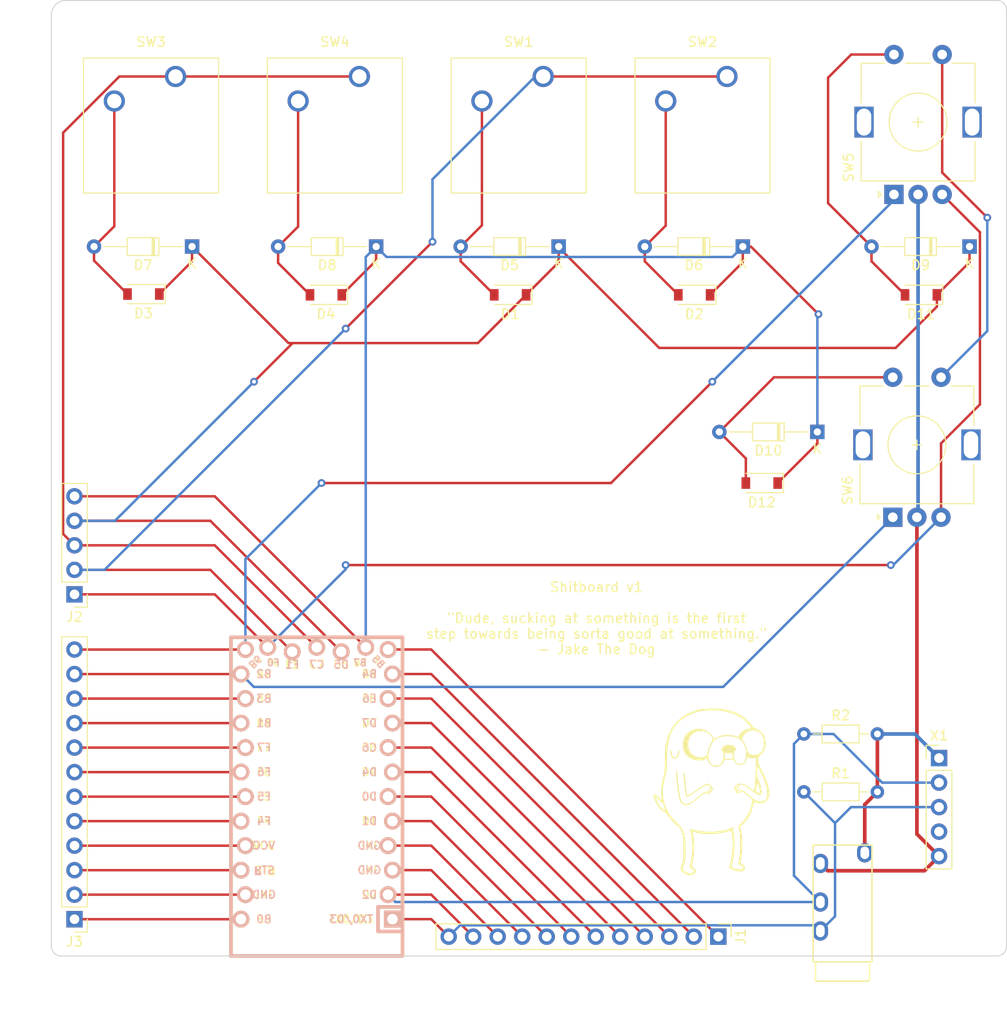
<source format=kicad_pcb>
(kicad_pcb (version 20211014) (generator pcbnew)
  (layers (0 "F.Cu" signal) (31 "B.Cu" signal) (34 "B.Paste" user) (35 "F.Paste" user) (36 "B.SilkS" user "B.Silkscreen") (37 "F.SilkS" user "F.Silkscreen") (38 "B.Mask" user) (39 "F.Mask" user) (44 "Edge.Cuts" user))
  (net 0 "")
  (net 1 "ROW0")
  (net 2 "Net-(D1-Pad2)")
  (net 3 "ROW1")
  (net 4 "Net-(D2-Pad2)")
  (net 5 "Net-(D3-Pad2)")
  (net 6 "Net-(D4-Pad2)")
  (net 7 "COL0")
  (net 8 "COL1")
  (net 10 "Net-(U1-Pad12)")
  (net 11 "Net-(U1-Pad11)")
  (net 12 "Net-(U1-Pad10)")
  (net 13 "Net-(U1-Pad9)")
  (net 14 "Net-(U1-Pad8)")
  (net 15 "Net-(U1-Pad7)")
  (net 16 "Net-(U1-Pad6)")
  (net 17 "Net-(U1-Pad5)")
  (net 18 "Net-(U1-Pad4)")
  (net 19 "Net-(U1-Pad3)")
  (net 20 "Net-(J3-Pad1)")
  (net 21 "Net-(J3-Pad2)")
  (net 22 "Net-(J3-Pad3)")
  (net 23 "Net-(J3-Pad4)")
  (net 24 "Net-(J3-Pad5)")
  (net 25 "Net-(J3-Pad6)")
  (net 26 "Net-(J3-Pad7)")
  (net 27 "Net-(J3-Pad8)")
  (net 28 "Net-(J3-Pad9)")
  (net 29 "Net-(J3-Pad10)")
  (net 30 "Net-(SW5-PadS2)")
  (net 31 "Net-(D10-Pad2)")
  (net 32 "ROT1")
  (net 33 "ROT3")
  (net 34 "ROT2")
  (net 35 "GND")
  (net 36 "COL3")
  (net 37 "I2C2")
  (net 38 "I2C1")
  (net 39 "+5V")
  (footprint "Connector_PinHeader_2.54mm:PinHeader_1x05_P2.54mm_Vertical" (layer "F.Cu") (at 157 129.5)
    (fp_text reference "X1" (at 0 -2.33) (layer "F.SilkS"))
    (fp_text value "USB-Mini")
    (pad "1" thru_hole rect (at 0 0) (size 1.7 1.7) (drill 1) (layers *.Cu *.Mask) (net 39 "+5V"))
    (pad "2" thru_hole oval (at 0 2.54) (size 1.7 1.7) (drill 1) (layers *.Cu *.Mask) (net 37 "I2C2"))
    (pad "3" thru_hole oval (at 0 5.08) (size 1.7 1.7) (drill 1) (layers *.Cu *.Mask) (net 38 "I2C1"))
    (pad "4" thru_hole oval (at 0 7.62) (size 1.7 1.7) (drill 1) (layers *.Cu *.Mask))
    (pad "5" thru_hole oval (at 0 10.16) (size 1.7 1.7) (drill 1) (layers *.Cu *.Mask) (net 35 "GND"))
  )
  (footprint "Rotary_Encoder:RotaryEncoder_Alps_EC11E-Switch_Vertical_H20mm" (layer "F.Cu") (at 152.32575 71.1 90)
    (fp_text reference "SW5" (at 2.8 -4.7 90) (layer "F.SilkS"))
    (fp_text value "RotaryEncoder_Switch")
    (pad "A" thru_hole rect (at 0 0 90) (size 2 2) (drill 1) (layers *.Cu *.Mask) (net 34 "ROT2"))
    (pad "B" thru_hole circle (at 0 5 90) (size 2 2) (drill 1) (layers *.Cu *.Mask) (net 32 "ROT1"))
    (pad "C" thru_hole circle (at 0 2.5 90) (size 2 2) (drill 1) (layers *.Cu *.Mask) (net 35 "GND"))
    (pad "MP" thru_hole rect (at 7.5 8.1 90) (size 3.2 2) (drill oval 2.8 1.5) (layers *.Cu *.Mask))
    (pad "MP" thru_hole rect (at 7.5 -3.1 90) (size 3.2 2) (drill oval 2.8 1.5) (layers *.Cu *.Mask))
    (pad "S1" thru_hole circle (at 14.5 5 90) (size 2 2) (drill 1) (layers *.Cu *.Mask) (net 36 "COL3"))
    (pad "S2" thru_hole circle (at 14.5 0 90) (size 2 2) (drill 1) (layers *.Cu *.Mask) (net 30 "Net-(SW5-PadS2)"))
  )
  (footprint "Keebio-Parts:Elite-C-ZigZag" (layer "F.Cu") (at 92.5 132.21875 90)
    (fp_text reference "U1" hide)
    (fp_text value "Elite-C" hide)
    (fp_text user "ST" (at -8.91 -5.04) (layer "B.SilkS") (effects (font (size 0.8 0.8)) (justify mirror)))
    (fp_text user "D0" (at -1.27 5.461) (layer "B.SilkS") (effects (font (size 0.8 0.8)) (justify mirror)))
    (fp_text user "GND" (at -8.89 5.461) (layer "B.SilkS") (effects (font (size 0.8 0.8)) (justify mirror)))
    (fp_text user "D1" (at -3.81 5.461) (layer "B.SilkS") (effects (font (size 0.8 0.8)) (justify mirror)))
    (fp_text user "B4" (at 11.43 5.461) (layer "B.SilkS") (effects (font (size 0.8 0.8)) (justify mirror)))
    (fp_text user "B3" (at 8.89 -5.461) (layer "B.SilkS") (effects (font (size 0.8 0.8)) (justify mirror)))
    (fp_text user "GND" (at -6.35 5.461) (layer "B.SilkS") (effects (font (size 0.8 0.8)) (justify mirror)))
    (fp_text user "F7" (at 3.81 -5.461) (layer "B.SilkS") (effects (font (size 0.8 0.8)) (justify mirror)))
    (fp_text user "F0" (at 12.6 -4.5) (layer "B.SilkS") (effects (font (size 0.7 0.7)) (justify mirror)))
    (fp_text user "B0" (at -13.97 -5.461) (layer "B.SilkS") (effects (font (size 0.8 0.8)) (justify mirror)))
    (fp_text user "D5" (at 12.4 2.54) (layer "B.SilkS") (effects (font (size 0.8 0.8)) (justify mirror)))
    (fp_text user "F1" (at 12.4 -2.54) (layer "B.SilkS") (effects (font (size 0.8 0.8)) (justify mirror)))
    (fp_text user "C6" (at 3.81 5.461) (layer "B.SilkS") (effects (font (size 0.8 0.8)) (justify mirror)))
    (fp_text user "B5" (at 12.7 6.4 135) (layer "B.SilkS") (effects (font (size 0.7 0.7)) (justify mirror)))
    (fp_text user "C7" (at 12.4 0) (layer "B.SilkS") (effects (font (size 0.8 0.8)) (justify mirror)))
    (fp_text user "B2" (at 11.43 -5.461) (layer "B.SilkS") (effects (font (size 0.8 0.8)) (justify mirror)))
    (fp_text user "GND" (at -11.43 -5.461) (layer "B.SilkS") (effects (font (size 0.8 0.8)) (justify mirror)))
    (fp_text user "F5" (at -1.27 -5.461) (layer "B.SilkS") (effects (font (size 0.8 0.8)) (justify mirror)))
    (fp_text user "E6" (at 8.89 5.461) (layer "B.SilkS") (effects (font (size 0.8 0.8)) (justify mirror)))
    (fp_text user "B6" (at 12.7 -6.4 225 unlocked) (layer "B.SilkS") (effects (font (size 0.7 0.7)) (justify mirror)))
    (fp_text user "VCC" (at -6.35 -5.461) (layer "B.SilkS") (effects (font (size 0.8 0.8)) (justify mirror)))
    (fp_text user "B1" (at 6.35 -5.461) (layer "B.SilkS") (effects (font (size 0.8 0.8)) (justify mirror)))
    (fp_text user "D7" (at 6.35 5.461) (layer "B.SilkS") (effects (font (size 0.8 0.8)) (justify mirror)))
    (fp_text user "TX0/D3" (at -13.97 3.571872) (layer "B.SilkS") (effects (font (size 0.8 0.8)) (justify mirror)))
    (fp_text user "B7" (at 12.6 4.5) (layer "B.SilkS") (effects (font (size 0.7 0.7)) (justify mirror)))
    (fp_text user "F6" (at 1.27 -5.461) (layer "B.SilkS") (effects (font (size 0.8 0.8)) (justify mirror)))
    (fp_text user "D2" (at -11.43 5.461) (layer "B.SilkS") (effects (font (size 0.8 0.8)) (justify mirror)))
    (fp_text user "D4" (at 1.27 5.461) (layer "B.SilkS") (effects (font (size 0.8 0.8)) (justify mirror)))
    (fp_text user "F4" (at -3.81 -5.461) (layer "B.SilkS") (effects (font (size 0.8 0.8)) (justify mirror)))
    (fp_text user "C6" (at 3.81 5.461) (layer "F.SilkS") (effects (font (size 0.8 0.8))))
    (fp_text user "VCC" (at -6.35 -5.461) (layer "F.SilkS") (effects (font (size 0.8 0.8))))
    (fp_text user "B6" (at 12.7 -6.4 225 unlocked) (layer "F.SilkS") (effects (font (size 0.7 0.7))))
    (fp_text user "B2" (at 11.43 -5.461) (layer "F.SilkS") (effects (font (size 0.8 0.8))))
    (fp_text user "D4" (at 1.27 5.461) (layer "F.SilkS") (effects (font (size 0.8 0.8))))
    (fp_text user "F5" (at -1.27 -5.461) (layer "F.SilkS") (effects (font (size 0.8 0.8))))
    (fp_text user "D2" (at -11.43 5.461) (layer "F.SilkS") (effects (font (size 0.8 0.8))))
    (fp_text user "TX0/D3" (at -13.97 3.571872) (layer "F.SilkS") (effects (font (size 0.8 0.8))))
    (fp_text user "B0" (at -13.97 -5.461) (layer "F.SilkS") (effects (font (size 0.8 0.8))))
    (fp_text user "GND" (at -11.43 -5.461) (layer "F.SilkS") (effects (font (size 0.8 0.8))))
    (fp_text user "C7" (at 12.4 0) (layer "F.SilkS") (effects (font (size 0.8 0.8))))
    (fp_text user "B4" (at 11.43 5.461) (layer "F.SilkS") (effects (font (size 0.8 0.8))))
    (fp_text user "F1" (at 12.4 -2.54) (layer "F.SilkS") (effects (font (size 0.8 0.8))))
    (fp_text user "F0" (at 12.6 -4.5) (layer "F.SilkS") (effects (font (size 0.7 0.7))))
    (fp_text user "GND" (at -6.35 5.461) (layer "F.SilkS") (effects (font (size 0.8 0.8))))
    (fp_text user "ST" (at -8.92 -5.73312) (layer "F.SilkS") (effects (font (size 0.8 0.8))))
    (fp_text user "D7" (at 6.35 5.461) (layer "F.SilkS") (effects (font (size 0.8 0.8))))
    (fp_text user "F7" (at 3.81 -5.461) (layer "F.SilkS") (effects (font (size 0.8 0.8))))
    (fp_text user "B1" (at 6.35 -5.461) (layer "F.SilkS") (effects (font (size 0.8 0.8))))
    (fp_text user "B5" (at 12.7 6.4 135) (layer "F.SilkS") (effects (font (size 0.7 0.7))))
    (fp_text user "F6" (at 1.27 -5.461) (layer "F.SilkS") (effects (font (size 0.8 0.8))))
    (fp_text user "F4" (at -3.81 -5.461) (layer "F.SilkS") (effects (font (size 0.8 0.8))))
    (fp_text user "D0" (at -1.27 5.461) (layer "F.SilkS") (effects (font (size 0.8 0.8))))
    (fp_text user "B7" (at 12.6 4.5) (layer "F.SilkS") (effects (font (size 0.7 0.7))))
    (fp_text user "D5" (at 12.4 2.54) (layer "F.SilkS") (effects (font (size 0.8 0.8))))
    (fp_text user "GND" (at -8.89 5.461) (layer "F.SilkS") (effects (font (size 0.8 0.8))))
    (fp_text user "E6" (at 8.89 5.461) (layer "F.SilkS") (effects (font (size 0.8 0.8))))
    (fp_text user "B3" (at 8.89 -5.461) (layer "F.SilkS") (effects (font (size 0.8 0.8))))
    (fp_text user "D1" (at -3.81 5.461) (layer "F.SilkS") (effects (font (size 0.8 0.8))))
    (pad "1" thru_hole rect locked (at -13.97 7.8486 90) (size 1.7526 1.7526) (drill 1.0922) (layers *.Cu *.SilkS *.Mask) (net 38 "I2C1"))
    (pad "2" thru_hole circle locked (at -11.43 7.3914 90) (size 1.7526 1.7526) (drill 1.0922) (layers *.Cu *.SilkS *.Mask) (net 37 "I2C2"))
    (pad "3" thru_hole circle locked (at -8.89 7.8486 90) (size 1.7526 1.7526) (drill 1.0922) (layers *.Cu *.SilkS *.Mask) (net 19 "Net-(U1-Pad3)"))
    (pad "4" thru_hole circle locked (at -6.35 7.3914 90) (size 1.7526 1.7526) (drill 1.0922) (layers *.Cu *.SilkS *.Mask) (net 18 "Net-(U1-Pad4)"))
    (pad "5" thru_hole circle locked (at -3.81 7.8486 90) (size 1.7526 1.7526) (drill 1.0922) (layers *.Cu *.SilkS *.Mask) (net 17 "Net-(U1-Pad5)"))
    (pad "6" thru_hole circle locked (at -1.27 7.3914 90) (size 1.7526 1.7526) (drill 1.0922) (layers *.Cu *.SilkS *.Mask) (net 16 "Net-(U1-Pad6)"))
    (pad "7" thru_hole circle locked (at 1.27 7.8486 90) (size 1.7526 1.7526) (drill 1.0922) (layers *.Cu *.SilkS *.Mask) (net 15 "Net-(U1-Pad7)"))
    (pad "8" thru_hole circle locked (at 3.81 7.3914 90) (size 1.7526 1.7526) (drill 1.0922) (layers *.Cu *.SilkS *.Mask) (net 14 "Net-(U1-Pad8)"))
    (pad "9" thru_hole circle locked (at 6.35 7.8486 90) (size 1.7526 1.7526) (drill 1.0922) (layers *.Cu *.SilkS *.Mask) (net 13 "Net-(U1-Pad9)"))
    (pad "10" thru_hole circle locked (at 8.89 7.3914 90) (size 1.7526 1.7526) (drill 1.0922) (layers *.Cu *.SilkS *.Mask) (net 12 "Net-(U1-Pad10)"))
    (pad "11" thru_hole circle locked (at 11.43 7.8486 90) (size 1.7526 1.7526) (drill 1.0922) (layers *.Cu *.SilkS *.Mask) (net 11 "Net-(U1-Pad11)"))
    (pad "12" thru_hole circle locked (at 13.97 7.3914 90) (size 1.7526 1.7526) (drill 1.0922) (layers *.Cu *.SilkS *.Mask) (net 10 "Net-(U1-Pad12)"))
    (pad "13" thru_hole circle locked (at 13.97 -7.3914 90) (size 1.7526 1.7526) (drill 1.0922) (layers *.Cu *.SilkS *.Mask) (net 34 "ROT2"))
    (pad "14" thru_hole circle locked (at 11.43 -7.8486 90) (size 1.7526 1.7526) (drill 1.0922) (layers *.Cu *.SilkS *.Mask) (net 33 "ROT3"))
    (pad "15" thru_hole circle locked (at 8.89 -7.3914 90) (size 1.7526 1.7526) (drill 1.0922) (layers *.Cu *.SilkS *.Mask) (net 29 "Net-(J3-Pad10)"))
    (pad "16" thru_hole circle locked (at 6.35 -7.8486 90) (size 1.7526 1.7526) (drill 1.0922) (layers *.Cu *.SilkS *.Mask) (net 28 "Net-(J3-Pad9)"))
    (pad "17" thru_hole circle locked (at 3.81 -7.3914 90) (size 1.7526 1.7526) (drill 1.0922) (layers *.Cu *.SilkS *.Mask) (net 27 "Net-(J3-Pad8)"))
    (pad "18" thru_hole circle locked (at 1.27 -7.8486 90) (size 1.7526 1.7526) (drill 1.0922) (layers *.Cu *.SilkS *.Mask) (net 26 "Net-(J3-Pad7)"))
    (pad "19" thru_hole circle locked (at -1.27 -7.3914 90) (size 1.7526 1.7526) (drill 1.0922) (layers *.Cu *.SilkS *.Mask) (net 25 "Net-(J3-Pad6)"))
    (pad "20" thru_hole circle locked (at -3.81 -7.8486 90) (size 1.7526 1.7526) (drill 1.0922) (layers *.Cu *.SilkS *.Mask) (net 24 "Net-(J3-Pad5)"))
    (pad "21" thru_hole circle locked (at -6.35 -7.3914 90) (size 1.7526 1.7526) (drill 1.0922) (layers *.Cu *.SilkS *.Mask) (net 23 "Net-(J3-Pad4)"))
    (pad "22" thru_hole circle locked (at -8.89 -7.8486 90) (size 1.7526 1.7526) (drill 1.0922) (layers *.Cu *.SilkS *.Mask) (net 22 "Net-(J3-Pad3)"))
    (pad "23" thru_hole circle locked (at -11.43 -7.3914 90) (size 1.7526 1.7526) (drill 1.0922) (layers *.Cu *.SilkS *.Mask) (net 21 "Net-(J3-Pad2)"))
    (pad "24" thru_hole circle locked (at -13.97 -7.8486 90) (size 1.7526 1.7526) (drill 1.0922) (layers *.Cu *.SilkS *.Mask) (net 20 "Net-(J3-Pad1)"))
    (pad "25" thru_hole circle locked (at 14.1986 5.08 90) (size 1.7526 1.7526) (drill 1.0922) (layers *.Cu *.SilkS *.Mask) (net 3 "ROW1"))
    (pad "26" thru_hole circle locked (at 13.7414 2.54 90) (size 1.7526 1.7526) (drill 1.0922) (layers *.Cu *.SilkS *.Mask) (net 1 "ROW0"))
    (pad "27" thru_hole circle locked (at 14.1986 0 90) (size 1.7526 1.7526) (drill 1.0922) (layers *.Cu *.SilkS *.Mask) (net 8 "COL1"))
    (pad "28" thru_hole circle locked (at 13.7414 -2.54 90) (size 1.7526 1.7526) (drill 1.0922) (layers *.Cu *.SilkS *.Mask) (net 7 "COL0"))
    (pad "29" thru_hole circle locked (at 14.1986 -5.08 90) (size 1.7526 1.7526) (drill 1.0922) (layers *.Cu *.SilkS *.Mask) (net 32 "ROT1"))
  )
  (footprint "Diode_THT:D_DO-34_SOD68_P10.16mm_Horizontal" (layer "F.Cu") (at 144.38825 95.70625 180)
    (fp_text reference "D10" (at 5.08 -1.92) (layer "F.SilkS"))
    (fp_text value "D_Small_Filled")
    (fp_text user "K" (at 0 -1.75) (layer "F.SilkS"))
    (pad "1" thru_hole rect (at 0 0 180) (size 1.5 1.5) (drill 0.75) (layers *.Cu *.Mask) (net 3 "ROW1"))
    (pad "2" thru_hole oval (at 10.16 0 180) (size 1.5 1.5) (drill 0.75) (layers *.Cu *.Mask) (net 31 "Net-(D10-Pad2)"))
  )
  (footprint "CherryMX:CherryMX_1.00u" (layer "F.Cu") (at 75.332 63.95625)
    (fp_text reference "SW3" (at 0 -8.6625) (layer "F.SilkS"))
    (fp_text value "CherryMX")
    (pad "" np_thru_hole circle locked (at 0 0) (size 4 4) (drill 4) (layers *.Cu *.Mask))
    (pad "1" thru_hole circle locked (at -3.81 -2.54) (size 2.2 2.2) (drill 1.5) (layers *.Cu *.Mask) (net 5 "Net-(D3-Pad2)"))
    (pad "2" thru_hole circle locked (at 2.54 -5.08) (size 2.2 2.2) (drill 1.5) (layers *.Cu *.Mask) (net 8 "COL1"))
  )
  (footprint "Diode_THT:D_DO-34_SOD68_P10.16mm_Horizontal" (layer "F.Cu") (at 117.58 76.5 180)
    (fp_text reference "D5" (at 5.08 -1.92) (layer "F.SilkS"))
    (fp_text value "D_Small_Filled")
    (fp_text user "K" (at 0 -1.75) (layer "F.SilkS"))
    (pad "1" thru_hole rect (at 0 0 180) (size 1.5 1.5) (drill 0.75) (layers *.Cu *.Mask) (net 1 "ROW0"))
    (pad "2" thru_hole oval (at 10.16 0 180) (size 1.5 1.5) (drill 0.75) (layers *.Cu *.Mask) (net 2 "Net-(D1-Pad2)"))
  )
  (footprint "CherryMX:CherryMX_1.00u" (layer "F.Cu") (at 132.482 63.95625)
    (fp_text reference "SW2" (at 0 -8.6625) (layer "F.SilkS"))
    (fp_text value "CherryMX")
    (pad "" np_thru_hole circle locked (at 0 0) (size 4 4) (drill 4) (layers *.Cu *.Mask))
    (pad "1" thru_hole circle locked (at -3.81 -2.54) (size 2.2 2.2) (drill 1.5) (layers *.Cu *.Mask) (net 4 "Net-(D2-Pad2)"))
    (pad "2" thru_hole circle locked (at 2.54 -5.08) (size 2.2 2.2) (drill 1.5) (layers *.Cu *.Mask) (net 7 "COL0"))
  )
  (footprint "Connector_PinHeader_2.54mm:PinHeader_1x12_P2.54mm_Vertical" (layer "F.Cu") (at 134.12 148 -90)
    (fp_text reference "J1" (at 0 -2.33 90) (layer "F.SilkS"))
    (fp_text value "Conn_01x12_Female")
    (pad "1" thru_hole rect (at 0 0 270) (size 1.7 1.7) (drill 1) (layers *.Cu *.Mask) (net 10 "Net-(U1-Pad12)"))
    (pad "2" thru_hole oval (at 0 2.54 270) (size 1.7 1.7) (drill 1) (layers *.Cu *.Mask) (net 11 "Net-(U1-Pad11)"))
    (pad "3" thru_hole oval (at 0 5.08 270) (size 1.7 1.7) (drill 1) (layers *.Cu *.Mask) (net 12 "Net-(U1-Pad10)"))
    (pad "4" thru_hole oval (at 0 7.62 270) (size 1.7 1.7) (drill 1) (layers *.Cu *.Mask) (net 13 "Net-(U1-Pad9)"))
    (pad "5" thru_hole oval (at 0 10.16 270) (size 1.7 1.7) (drill 1) (layers *.Cu *.Mask) (net 14 "Net-(U1-Pad8)"))
    (pad "6" thru_hole oval (at 0 12.7 270) (size 1.7 1.7) (drill 1) (layers *.Cu *.Mask) (net 15 "Net-(U1-Pad7)"))
    (pad "7" thru_hole oval (at 0 15.24 270) (size 1.7 1.7) (drill 1) (layers *.Cu *.Mask) (net 16 "Net-(U1-Pad6)"))
    (pad "8" thru_hole oval (at 0 17.78 270) (size 1.7 1.7) (drill 1) (layers *.Cu *.Mask) (net 17 "Net-(U1-Pad5)"))
    (pad "9" thru_hole oval (at 0 20.32 270) (size 1.7 1.7) (drill 1) (layers *.Cu *.Mask) (net 18 "Net-(U1-Pad4)"))
    (pad "10" thru_hole oval (at 0 22.86 270) (size 1.7 1.7) (drill 1) (layers *.Cu *.Mask) (net 19 "Net-(U1-Pad3)"))
    (pad "11" thru_hole oval (at 0 25.4 270) (size 1.7 1.7) (drill 1) (layers *.Cu *.Mask) (net 37 "I2C2"))
    (pad "12" thru_hole oval (at 0 27.94 270) (size 1.7 1.7) (drill 1) (layers *.Cu *.Mask) (net 38 "I2C1"))
  )
  (footprint "Resistor_THT:R_Axial_DIN0204_L3.6mm_D1.6mm_P7.62mm_Horizontal" (layer "F.Cu") (at 142.99 127)
    (fp_text reference "R2" (at 3.81 -1.92) (layer "F.SilkS"))
    (fp_text value "R")
    (pad "1" thru_hole circle (at 0 0) (size 1.4 1.4) (drill 0.7) (layers *.Cu *.Mask) (net 37 "I2C2"))
    (pad "2" thru_hole oval (at 7.62 0) (size 1.4 1.4) (drill 0.7) (layers *.Cu *.Mask) (net 39 "+5V"))
  )
  (footprint "Connector_PinHeader_2.54mm:PinHeader_1x12_P2.54mm_Vertical" (layer "F.Cu") (at 67.3945 146.19375 180)
    (fp_text reference "J3" (at 0 -2.33) (layer "F.SilkS"))
    (fp_text value "Conn_01x12_Female")
    (pad "1" thru_hole rect (at 0 0 180) (size 1.7 1.7) (drill 1) (layers *.Cu *.Mask) (net 20 "Net-(J3-Pad1)"))
    (pad "2" thru_hole oval (at 0 2.54 180) (size 1.7 1.7) (drill 1) (layers *.Cu *.Mask) (net 21 "Net-(J3-Pad2)"))
    (pad "3" thru_hole oval (at 0 5.08 180) (size 1.7 1.7) (drill 1) (layers *.Cu *.Mask) (net 22 "Net-(J3-Pad3)"))
    (pad "4" thru_hole oval (at 0 7.62 180) (size 1.7 1.7) (drill 1) (layers *.Cu *.Mask) (net 23 "Net-(J3-Pad4)"))
    (pad "5" thru_hole oval (at 0 10.16 180) (size 1.7 1.7) (drill 1) (layers *.Cu *.Mask) (net 24 "Net-(J3-Pad5)"))
    (pad "6" thru_hole oval (at 0 12.7 180) (size 1.7 1.7) (drill 1) (layers *.Cu *.Mask) (net 25 "Net-(J3-Pad6)"))
    (pad "7" thru_hole oval (at 0 15.24 180) (size 1.7 1.7) (drill 1) (layers *.Cu *.Mask) (net 26 "Net-(J3-Pad7)"))
    (pad "8" thru_hole oval (at 0 17.78 180) (size 1.7 1.7) (drill 1) (layers *.Cu *.Mask) (net 27 "Net-(J3-Pad8)"))
    (pad "9" thru_hole oval (at 0 20.32 180) (size 1.7 1.7) (drill 1) (layers *.Cu *.Mask) (net 28 "Net-(J3-Pad9)"))
    (pad "10" thru_hole oval (at 0 22.86 180) (size 1.7 1.7) (drill 1) (layers *.Cu *.Mask) (net 29 "Net-(J3-Pad10)"))
    (pad "11" thru_hole oval (at 0 25.4 180) (size 1.7 1.7) (drill 1) (layers *.Cu *.Mask) (net 33 "ROT3"))
    (pad "12" thru_hole oval (at 0 27.94 180) (size 1.7 1.7) (drill 1) (layers *.Cu *.Mask) (net 34 "ROT2"))
  )
  (footprint "Diode_THT:D_DO-34_SOD68_P10.16mm_Horizontal" (layer "F.Cu") (at 79.58 76.5 180)
    (fp_text reference "D7" (at 5.08 -1.92) (layer "F.SilkS"))
    (fp_text value "D_Small_Filled")
    (fp_text user "K" (at 0 -1.75) (layer "F.SilkS"))
    (pad "1" thru_hole rect (at 0 0 180) (size 1.5 1.5) (drill 0.75) (layers *.Cu *.Mask) (net 1 "ROW0"))
    (pad "2" thru_hole oval (at 10.16 0 180) (size 1.5 1.5) (drill 0.75) (layers *.Cu *.Mask) (net 5 "Net-(D3-Pad2)"))
  )
  (footprint "LOGO" (layer "F.Cu") (at 133.5 133)
    (fp_text reference "G***" hide)
    (fp_text value "LOGO" hide)
  )
  (footprint "Diode_THT:D_DO-34_SOD68_P10.16mm_Horizontal" (layer "F.Cu") (at 98.66 76.5 180)
    (fp_text reference "D8" (at 5.08 -1.92) (layer "F.SilkS"))
    (fp_text value "D_Small_Filled")
    (fp_text user "K" (at 0 -1.75) (layer "F.SilkS"))
    (pad "1" thru_hole rect (at 0 0 180) (size 1.5 1.5) (drill 0.75) (layers *.Cu *.Mask) (net 3 "ROW1"))
    (pad "2" thru_hole oval (at 10.16 0 180) (size 1.5 1.5) (drill 0.75) (layers *.Cu *.Mask) (net 6 "Net-(D4-Pad2)"))
  )
  (footprint "Diode_SMD:D_SOD-123" (layer "F.Cu") (at 155.12575 81.5 180)
    (fp_text reference "D11" (at 0 -2) (layer "F.SilkS"))
    (fp_text value "D_Small")
    (pad "1" smd rect (at -1.65 0 180) (size 0.9 1.2) (layers "F.Cu" "F.Paste" "F.Mask") (net 1 "ROW0"))
    (pad "2" smd rect (at 1.65 0 180) (size 0.9 1.2) (layers "F.Cu" "F.Paste" "F.Mask") (net 30 "Net-(SW5-PadS2)"))
  )
  (footprint "Diode_SMD:D_SOD-123" (layer "F.Cu") (at 112.55 81.5 180)
    (fp_text reference "D1" (at 0 -2) (layer "F.SilkS"))
    (fp_text value "D_Small")
    (pad "1" smd rect (at -1.65 0 180) (size 0.9 1.2) (layers "F.Cu" "F.Paste" "F.Mask") (net 1 "ROW0"))
    (pad "2" smd rect (at 1.65 0 180) (size 0.9 1.2) (layers "F.Cu" "F.Paste" "F.Mask") (net 2 "Net-(D1-Pad2)"))
  )
  (footprint "Diode_SMD:D_SOD-123" (layer "F.Cu") (at 93.45075 81.5 180)
    (fp_text reference "D4" (at 0 -2) (layer "F.SilkS"))
    (fp_text value "D_Small")
    (pad "1" smd rect (at -1.65 0 180) (size 0.9 1.2) (layers "F.Cu" "F.Paste" "F.Mask") (net 3 "ROW1"))
    (pad "2" smd rect (at 1.65 0 180) (size 0.9 1.2) (layers "F.Cu" "F.Paste" "F.Mask") (net 6 "Net-(D4-Pad2)"))
  )
  (footprint "Diode_SMD:D_SOD-123" (layer "F.Cu") (at 138.62575 101 180)
    (fp_text reference "D12" (at 0 -2) (layer "F.SilkS"))
    (fp_text value "D_Small")
    (pad "1" smd rect (at -1.65 0 180) (size 0.9 1.2) (layers "F.Cu" "F.Paste" "F.Mask") (net 3 "ROW1"))
    (pad "2" smd rect (at 1.65 0 180) (size 0.9 1.2) (layers "F.Cu" "F.Paste" "F.Mask") (net 31 "Net-(D10-Pad2)"))
  )
  (footprint "CherryMX:CherryMX_1.00u" (layer "F.Cu") (at 113.432 63.95625)
    (fp_text reference "SW1" (at 0 -8.6625) (layer "F.SilkS"))
    (fp_text value "CherryMX")
    (pad "" np_thru_hole circle locked (at 0 0) (size 4 4) (drill 4) (layers *.Cu *.Mask))
    (pad "1" thru_hole circle locked (at -3.81 -2.54) (size 2.2 2.2) (drill 1.5) (layers *.Cu *.Mask) (net 2 "Net-(D1-Pad2)"))
    (pad "2" thru_hole circle locked (at 2.54 -5.08) (size 2.2 2.2) (drill 1.5) (layers *.Cu *.Mask) (net 7 "COL0"))
  )
  (footprint "Diode_SMD:D_SOD-123" (layer "F.Cu") (at 131.62575 81.5 180)
    (fp_text reference "D2" (at 0 -2) (layer "F.SilkS"))
    (fp_text value "D_Small")
    (pad "1" smd rect (at -1.65 0 180) (size 0.9 1.2) (layers "F.Cu" "F.Paste" "F.Mask") (net 3 "ROW1"))
    (pad "2" smd rect (at 1.65 0 180) (size 0.9 1.2) (layers "F.Cu" "F.Paste" "F.Mask") (net 4 "Net-(D2-Pad2)"))
  )
  (footprint "Diode_THT:D_DO-34_SOD68_P10.16mm_Horizontal" (layer "F.Cu") (at 160.16 76.5 180)
    (fp_text reference "D9" (at 5.08 -1.92) (layer "F.SilkS"))
    (fp_text value "D_Small_Filled")
    (fp_text user "K" (at 0 -1.75) (layer "F.SilkS"))
    (pad "1" thru_hole rect (at 0 0 180) (size 1.5 1.5) (drill 0.75) (layers *.Cu *.Mask) (net 1 "ROW0"))
    (pad "2" thru_hole oval (at 10.16 0 180) (size 1.5 1.5) (drill 0.75) (layers *.Cu *.Mask) (net 30 "Net-(SW5-PadS2)"))
  )
  (footprint "CherryMX:CherryMX_1.00u" (layer "F.Cu") (at 94.382 63.95625)
    (fp_text reference "SW4" (at 0 -8.6625) (layer "F.SilkS"))
    (fp_text value "CherryMX")
    (pad "" np_thru_hole circle locked (at 0 0) (size 4 4) (drill 4) (layers *.Cu *.Mask))
    (pad "1" thru_hole circle locked (at -3.81 -2.54) (size 2.2 2.2) (drill 1.5) (layers *.Cu *.Mask) (net 6 "Net-(D4-Pad2)"))
    (pad "2" thru_hole circle locked (at 2.54 -5.08) (size 2.2 2.2) (drill 1.5) (layers *.Cu *.Mask) (net 8 "COL1"))
  )
  (footprint "Rotary_Encoder:RotaryEncoder_Alps_EC11E-Switch_Vertical_H20mm" (layer "F.Cu") (at 152.207 104.54375 90)
    (fp_text reference "SW6" (at 2.8 -4.7 90) (layer "F.SilkS"))
    (fp_text value "RotaryEncoder_Switch")
    (pad "A" thru_hole rect (at 0 0 90) (size 2 2) (drill 1) (layers *.Cu *.Mask) (net 33 "ROT3"))
    (pad "B" thru_hole circle (at 0 5 90) (size 2 2) (drill 1) (layers *.Cu *.Mask) (net 32 "ROT1"))
    (pad "C" thru_hole circle (at 0 2.5 90) (size 2 2) (drill 1) (layers *.Cu *.Mask) (net 35 "GND"))
    (pad "MP" thru_hole rect (at 7.5 8.1 90) (size 3.2 2) (drill oval 2.8 1.5) (layers *.Cu *.Mask))
    (pad "MP" thru_hole rect (at 7.5 -3.1 90) (size 3.2 2) (drill oval 2.8 1.5) (layers *.Cu *.Mask))
    (pad "S1" thru_hole circle (at 14.5 5 90) (size 2 2) (drill 1) (layers *.Cu *.Mask) (net 36 "COL3"))
    (pad "S2" thru_hole circle (at 14.5 0 90) (size 2 2) (drill 1) (layers *.Cu *.Mask) (net 31 "Net-(D10-Pad2)"))
  )
  (footprint "Connector_PinHeader_2.54mm:PinHeader_1x05_P2.54mm_Vertical" (layer "F.Cu") (at 67.3945 112.53375 180)
    (fp_text reference "J2" (at 0 -2.33) (layer "F.SilkS"))
    (fp_text value "Conn_01x05_Female")
    (pad "1" thru_hole rect (at 0 0 180) (size 1.7 1.7) (drill 1) (layers *.Cu *.Mask) (net 32 "ROT1"))
    (pad "2" thru_hole oval (at 0 2.54 180) (size 1.7 1.7) (drill 1) (layers *.Cu *.Mask) (net 7 "COL0"))
    (pad "3" thru_hole oval (at 0 5.08 180) (size 1.7 1.7) (drill 1) (layers *.Cu *.Mask) (net 8 "COL1"))
    (pad "4" thru_hole oval (at 0 7.62 180) (size 1.7 1.7) (drill 1) (layers *.Cu *.Mask) (net 1 "ROW0"))
    (pad "5" thru_hole oval (at 0 10.16 180) (size 1.7 1.7) (drill 1) (layers *.Cu *.Mask) (net 3 "ROW1"))
  )
  (footprint "Keebio-Parts:TRRS-PJ-320A" (layer "F.Cu") (at 147 150.6125 180)
    (fp_text reference "T1")
    (fp_text value "TRRS")
    (pad "" np_thru_hole circle locked (at 0 1.6 180) (size 0.8 0.8) (drill 0.8) (layers *.Cu *.Mask))
    (pad "" np_thru_hole circle locked (at 0 8.6 180) (size 0.8 0.8) (drill 0.8) (layers *.Cu *.Mask))
    (pad "1" thru_hole oval locked (at -2.3 11.3 180) (size 1.6 2) (drill oval 0.9 1.3) (layers *.Cu *.Mask) (net 39 "+5V"))
    (pad "2" thru_hole oval locked (at 2.3 10.2 180) (size 1.6 2) (drill oval 0.9 1.3) (layers *.Cu *.Mask) (net 35 "GND"))
    (pad "3" thru_hole oval locked (at 2.3 6.2 180) (size 1.6 2) (drill oval 0.9 1.3) (layers *.Cu *.Mask) (net 37 "I2C2"))
    (pad "4" thru_hole oval locked (at 2.3 3.2 180) (size 1.6 2) (drill oval 0.9 1.3) (layers *.Cu *.Mask) (net 38 "I2C1"))
  )
  (footprint "Diode_SMD:D_SOD-123" (layer "F.Cu") (at 74.53825 81.41875 180)
    (fp_text reference "D3" (at 0 -2) (layer "F.SilkS"))
    (fp_text value "D_Small")
    (pad "1" smd rect (at -1.65 0 180) (size 0.9 1.2) (layers "F.Cu" "F.Paste" "F.Mask") (net 1 "ROW0"))
    (pad "2" smd rect (at 1.65 0 180) (size 0.9 1.2) (layers "F.Cu" "F.Paste" "F.Mask") (net 5 "Net-(D3-Pad2)"))
  )
  (footprint "Resistor_THT:R_Axial_DIN0204_L3.6mm_D1.6mm_P7.62mm_Horizontal" (layer "F.Cu") (at 142.99 133)
    (fp_text reference "R1" (at 3.81 -1.92) (layer "F.SilkS"))
    (fp_text value "R")
    (pad "1" thru_hole circle (at 0 0) (size 1.4 1.4) (drill 0.7) (layers *.Cu *.Mask) (net 38 "I2C1"))
    (pad "2" thru_hole oval (at 7.62 0) (size 1.4 1.4) (drill 0.7) (layers *.Cu *.Mask) (net 39 "+5V"))
  )
  (footprint "Diode_THT:D_DO-34_SOD68_P10.16mm_Horizontal" (layer "F.Cu") (at 136.66 76.5 180)
    (fp_text reference "D6" (at 5.08 -1.92) (layer "F.SilkS"))
    (fp_text value "D_Small_Filled")
    (fp_text user "K" (at 0 -1.75) (layer "F.SilkS"))
    (pad "1" thru_hole rect (at 0 0 180) (size 1.5 1.5) (drill 0.75) (layers *.Cu *.Mask) (net 3 "ROW1"))
    (pad "2" thru_hole oval (at 10.16 0 180) (size 1.5 1.5) (drill 0.75) (layers *.Cu *.Mask) (net 4 "Net-(D2-Pad2)"))
  )
  (gr_line (start 65 149) (end 65 52.5) (layer "Edge.Cuts") (width 0.1))
  (gr_arc (start 66 150) (mid 65.292893 149.707107) (end 65 149) (layer "Edge.Cuts") (width 0.1))
  (gr_line (start 163 150) (end 66 150) (layer "Edge.Cuts") (width 0.1))
  (gr_arc (start 65 52.5) (mid 65.43934 51.43934) (end 66.5 51) (layer "Edge.Cuts") (width 0.1))
  (gr_line (start 66.5 51) (end 163 51) (layer "Edge.Cuts") (width 0.1))
  (gr_line (start 164 52) (end 164 149) (layer "Edge.Cuts") (width 0.1))
  (gr_arc (start 163 51) (mid 163.707107 51.292893) (end 164 52) (layer "Edge.Cuts") (width 0.1))
  (gr_arc (start 164 149) (mid 163.707107 149.707107) (end 163 150) (layer "Edge.Cuts") (width 0.1))
  (gr_text "Shitboard v1\n\n{dblquote}Dude, sucking at something is the first\nstep towards being sorta good at something.{dblquote}\n- Jake The Dog" (at 121.5 115) (layer "F.SilkS") (effects (font (size 1 1))))
  (segment (start 79.58 76.5) (end 89.58 86.5) (width 0.254) (layer "F.Cu") (net 1))
  (segment (start 89.58 86.5) (end 90 86.5) (width 0.254) (layer "F.Cu") (net 1))
  (segment (start 79.58 76.5) (end 79.58 78.027) (width 0.254) (layer "F.Cu") (net 1))
  (segment (start 156.77575 82.72425) (end 156.77575 81.5) (width 0.254) (layer "F.Cu") (net 1))
  (segment (start 160.16 78.11575) (end 156.77575 81.5) (width 0.254) (layer "F.Cu") (net 1))
  (segment (start 90 86.5) (end 109.2 86.5) (width 0.254) (layer "F.Cu") (net 1))
  (segment (start 109.2 86.5) (end 114.2 81.5) (width 0.254) (layer "F.Cu") (net 1))
  (segment (start 67.3945 104.91375) (end 81.4764 104.91375) (width 0.254) (layer "F.Cu") (net 1))
  (segment (start 128 87) (end 152.5 87) (width 0.254) (layer "F.Cu") (net 1))
  (segment (start 117.58 76.5) (end 117.58 78.12) (width 0.254) (layer "F.Cu") (net 1))
  (segment (start 81.4764 104.91375) (end 95.04 118.47735) (width 0.254) (layer "F.Cu") (net 1))
  (segment (start 117.58 78.12) (end 114.2 81.5) (width 0.254) (layer "F.Cu") (net 1))
  (segment (start 117.58 76.5) (end 117.58 76.58) (width 0.254) (layer "F.Cu") (net 1))
  (segment (start 79.58 78.027) (end 76.18825 81.41875) (width 0.254) (layer "F.Cu") (net 1))
  (segment (start 152.5 87) (end 156.77575 82.72425) (width 0.254) (layer "F.Cu") (net 1))
  (segment (start 117.58 76.58) (end 128 87) (width 0.254) (layer "F.Cu") (net 1))
  (segment (start 86 90.5) (end 90 86.5) (width 0.254) (layer "F.Cu") (net 1))
  (segment (start 160.16 76.5) (end 160.16 78.11575) (width 0.254) (layer "F.Cu") (net 1))
  (via (at 86 90.5) (size 0.8) (drill 0.4) (layers "F.Cu" "B.Cu") (net 1))
  (segment (start 67.3945 104.91375) (end 71.58625 104.91375) (width 0.254) (layer "B.Cu") (net 1))
  (segment (start 71.58625 104.91375) (end 86 90.5) (width 0.254) (layer "B.Cu") (net 1))
  (segment (start 109.622 61.41625) (end 109.622 74.298) (width 0.254) (layer "F.Cu") (net 2))
  (segment (start 107.42 76.5) (end 107.42 78.02) (width 0.254) (layer "F.Cu") (net 2))
  (segment (start 107.42 78.02) (end 110.9 81.5) (width 0.254) (layer "F.Cu") (net 2))
  (segment (start 109.622 74.298) (end 107.42 76.5) (width 0.254) (layer "F.Cu") (net 2))
  (segment (start 136.66 78.11575) (end 133.27575 81.5) (width 0.254) (layer "F.Cu") (net 3))
  (segment (start 67.3945 102.37375) (end 81.9336 102.37375) (width 0.254) (layer "F.Cu") (net 3))
  (segment (start 81.9336 102.37375) (end 97.58 118.02015) (width 0.254) (layer "F.Cu") (net 3))
  (segment (start 137.5 76.5) (end 136.66 76.5) (width 0.254) (layer "F.Cu") (net 3))
  (segment (start 98.66 76.5) (end 98.66 77.94075) (width 0.254) (layer "F.Cu") (net 3))
  (segment (start 144.5 83.5) (end 137.5 76.5) (width 0.254) (layer "F.Cu") (net 3))
  (segment (start 98.66 77.94075) (end 95.10075 81.5) (width 0.254) (layer "F.Cu") (net 3))
  (segment (start 144.38825 95.70625) (end 144.38825 96.8875) (width 0.254) (layer "F.Cu") (net 3))
  (segment (start 136.66 76.5) (end 136.66 78.11575) (width 0.254) (layer "F.Cu") (net 3))
  (segment (start 144.38825 96.8875) (end 140.27575 101) (width 0.254) (layer "F.Cu") (net 3))
  (via (at 144.5 83.5) (size 0.8) (drill 0.4) (layers "F.Cu" "B.Cu") (net 3))
  (segment (start 97.58 118.02015) (end 97.58 77.58) (width 0.254) (layer "B.Cu") (net 3))
  (segment (start 98.66 76.5) (end 99.737 77.577) (width 0.254) (layer "B.Cu") (net 3))
  (segment (start 135.583 77.577) (end 136.66 76.5) (width 0.254) (layer "B.Cu") (net 3))
  (segment (start 144.38825 83.61175) (end 144.5 83.5) (width 0.254) (layer "B.Cu") (net 3))
  (segment (start 97.58 77.58) (end 98.66 76.5) (width 0.254) (layer "B.Cu") (net 3))
  (segment (start 144.38825 95.70625) (end 144.38825 83.61175) (width 0.254) (layer "B.Cu") (net 3))
  (segment (start 99.737 77.577) (end 135.583 77.577) (width 0.254) (layer "B.Cu") (net 3))
  (segment (start 126.5 76.5) (end 126.5 78.02425) (width 0.254) (layer "F.Cu") (net 4))
  (segment (start 128.672 61.41625) (end 128.672 74.328) (width 0.254) (layer "F.Cu") (net 4))
  (segment (start 128.672 74.328) (end 126.5 76.5) (width 0.254) (layer "F.Cu") (net 4))
  (segment (start 126.5 78.02425) (end 129.97575 81.5) (width 0.254) (layer "F.Cu") (net 4))
  (segment (start 69.42 77.9505) (end 72.88825 81.41875) (width 0.254) (layer "F.Cu") (net 5))
  (segment (start 71.522 61.41625) (end 71.522 74.398) (width 0.254) (layer "F.Cu") (net 5))
  (segment (start 71.522 74.398) (end 69.42 76.5) (width 0.254) (layer "F.Cu") (net 5))
  (segment (start 69.42 76.5) (end 69.42 77.9505) (width 0.254) (layer "F.Cu") (net 5))
  (segment (start 91.80075 81.5) (end 92 81.5) (width 0.254) (layer "F.Cu") (net 6))
  (segment (start 90.572 61.41625) (end 90.572 74.428) (width 0.254) (layer "F.Cu") (net 6))
  (segment (start 88.5 78.19925) (end 91.80075 81.5) (width 0.254) (layer "F.Cu") (net 6))
  (segment (start 90.572 74.428) (end 88.5 76.5) (width 0.254) (layer "F.Cu") (net 6))
  (segment (start 88.5 76.5) (end 88.5 78.19925) (width 0.254) (layer "F.Cu") (net 6))
  (segment (start 81.4764 109.99375) (end 67.3945 109.99375) (width 0.254) (layer "F.Cu") (net 7))
  (segment (start 115.972 58.87625) (end 135.022 58.87625) (width 0.254) (layer "F.Cu") (net 7))
  (segment (start 95.5 85) (end 104.5 76) (width 0.254) (layer "F.Cu") (net 7))
  (segment (start 89.96 118.47735) (end 81.4764 109.99375) (width 0.254) (layer "F.Cu") (net 7))
  (via (at 104.5 76) (size 0.8) (drill 0.4) (layers "F.Cu" "B.Cu") (net 7))
  (via (at 95.5 85) (size 0.8) (drill 0.4) (layers "F.Cu" "B.Cu") (net 7))
  (segment (start 104.5 69.526662) (end 115.150412 58.87625) (width 0.254) (layer "B.Cu") (net 7))
  (segment (start 70.50625 109.99375) (end 95.5 85) (width 0.254) (layer "B.Cu") (net 7))
  (segment (start 115.150412 58.87625) (end 115.972 58.87625) (width 0.254) (layer "B.Cu") (net 7))
  (segment (start 104.5 76) (end 104.5 69.526662) (width 0.254) (layer "B.Cu") (net 7))
  (segment (start 67.3945 109.99375) (end 70.50625 109.99375) (width 0.254) (layer "B.Cu") (net 7))
  (segment (start 81.9336 107.45375) (end 67.3945 107.45375) (width 0.254) (layer "F.Cu") (net 8))
  (segment (start 77.872 58.87625) (end 72.043917 58.87625) (width 0.254) (layer "F.Cu") (net 8))
  (segment (start 66.2175 106.27675) (end 67.3945 107.45375) (width 0.254) (layer "F.Cu") (net 8))
  (segment (start 72.043917 58.87625) (end 66.2175 64.702667) (width 0.254) (layer "F.Cu") (net 8))
  (segment (start 66.2175 64.702667) (end 66.2175 106.27675) (width 0.254) (layer "F.Cu") (net 8))
  (segment (start 96.922 58.87625) (end 77.872 58.87625) (width 0.254) (layer "F.Cu") (net 8))
  (segment (start 92.5 118.02015) (end 81.9336 107.45375) (width 0.254) (layer "F.Cu") (net 8))
  (segment (start 99.8914 118.24875) (end 104.36875 118.24875) (width 0.254) (layer "F.Cu") (net 10))
  (segment (start 104.36875 118.24875) (end 134.12 148) (width 0.254) (layer "F.Cu") (net 10))
  (segment (start 100.3486 120.78875) (end 104.36875 120.78875) (width 0.254) (layer "F.Cu") (net 11))
  (segment (start 104.36875 120.78875) (end 131.58 148) (width 0.254) (layer "F.Cu") (net 11))
  (segment (start 104.36875 123.32875) (end 129.04 148) (width 0.254) (layer "F.Cu") (net 12))
  (segment (start 99.8914 123.32875) (end 104.36875 123.32875) (width 0.254) (layer "F.Cu") (net 12))
  (segment (start 104.36875 125.86875) (end 126.5 148) (width 0.254) (layer "F.Cu") (net 13))
  (segment (start 100.3486 125.86875) (end 104.36875 125.86875) (width 0.254) (layer "F.Cu") (net 13))
  (segment (start 104.36875 128.40875) (end 123.96 148) (width 0.254) (layer "F.Cu") (net 14))
  (segment (start 99.8914 128.40875) (end 104.36875 128.40875) (width 0.254) (layer "F.Cu") (net 14))
  (segment (start 104.36875 130.94875) (end 121.42 148) (width 0.254) (layer "F.Cu") (net 15))
  (segment (start 100.3486 130.94875) (end 104.36875 130.94875) (width 0.254) (layer "F.Cu") (net 15))
  (segment (start 104.36875 133.48875) (end 118.88 148) (width 0.254) (layer "F.Cu") (net 16))
  (segment (start 99.8914 133.48875) (end 104.36875 133.48875) (width 0.254) (layer "F.Cu") (net 16))
  (segment (start 99.8914 133.48875) (end 100.14265 133.74) (width 0.254) (layer "F.Cu") (net 16))
  (segment (start 100.3486 136.02875) (end 104.36875 136.02875) (width 0.254) (layer "F.Cu") (net 17))
  (segment (start 104.36875 136.02875) (end 116.34 148) (width 0.254) (layer "F.Cu") (net 17))
  (segment (start 104.36875 138.56875) (end 113.8 148) (width 0.254) (layer "F.Cu") (net 18))
  (segment (start 99.8914 138.56875) (end 104.36875 138.56875) (width 0.254) (layer "F.Cu") (net 18))
  (segment (start 104.36875 141.10875) (end 111.26 148) (width 0.254) (layer "F.Cu") (net 19))
  (segment (start 100.3486 141.10875) (end 104.36875 141.10875) (width 0.254) (layer "F.Cu") (net 19))
  (segment (start 84.6464 146.19375) (end 84.6514 146.18875) (width 0.254) (layer "F.Cu") (net 20))
  (segment (start 67.3945 146.19375) (end 84.6464 146.19375) (width 0.254) (layer "F.Cu") (net 20))
  (segment (start 85.1086 143.64875) (end 67.3995 143.64875) (width 0.254) (layer "F.Cu") (net 21))
  (segment (start 67.3995 143.64875) (end 67.3945 143.65375) (width 0.254) (layer "F.Cu") (net 21))
  (segment (start 84.6464 141.11375) (end 84.6514 141.10875) (width 0.254) (layer "F.Cu") (net 22))
  (segment (start 67.3945 141.11375) (end 84.6464 141.11375) (width 0.254) (layer "F.Cu") (net 22))
  (segment (start 85.1036 138.57375) (end 85.1086 138.56875) (width 0.254) (layer "F.Cu") (net 23))
  (segment (start 67.3945 138.57375) (end 85.1036 138.57375) (width 0.254) (layer "F.Cu") (net 23))
  (segment (start 67.3945 136.03375) (end 84.6464 136.03375) (width 0.254) (layer "F.Cu") (net 24))
  (segment (start 84.6464 136.03375) (end 84.6514 136.02875) (width 0.254) (layer "F.Cu") (net 24))
  (segment (start 85.1036 133.49375) (end 85.1086 133.48875) (width 0.254) (layer "F.Cu") (net 25))
  (segment (start 67.3945 133.49375) (end 85.1036 133.49375) (width 0.254) (layer "F.Cu") (net 25))
  (segment (start 84.6464 130.95375) (end 84.6514 130.94875) (width 0.254) (layer "F.Cu") (net 26))
  (segment (start 67.3945 130.95375) (end 84.6464 130.95375) (width 0.254) (layer "F.Cu") (net 26))
  (segment (start 85.1036 128.41375) (end 85.1086 128.40875) (width 0.254) (layer "F.Cu") (net 27))
  (segment (start 67.3945 128.41375) (end 85.1036 128.41375) (width 0.254) (layer "F.Cu") (net 27))
  (segment (start 67.3945 125.87375) (end 84.6464 125.87375) (width 0.254) (layer "F.Cu") (net 28))
  (segment (start 84.6464 125.87375) (end 84.6514 125.86875) (width 0.254) (layer "F.Cu") (net 28))
  (segment (start 67.3945 123.33375) (end 85.1036 123.33375) (width 0.254) (layer "F.Cu") (net 29))
  (segment (start 85.1036 123.33375) (end 85.1086 123.32875) (width 0.254) (layer "F.Cu") (net 29))
  (segment (start 150 78.02425) (end 153.47575 81.5) (width 0.254) (layer "F.Cu") (net 30))
  (segment (start 152.32575 56.6) (end 147.9 56.6) (width 0.254) (layer "F.Cu") (net 30))
  (segment (start 147.9 56.6) (end 145.5 59) (width 0.254) (layer "F.Cu") (net 30))
  (segment (start 145.5 72) (end 150 76.5) (width 0.254) (layer "F.Cu") (net 30))
  (segment (start 150 76.5) (end 150 78.02425) (width 0.254) (layer "F.Cu") (net 30))
  (segment (start 145.5 59) (end 145.5 72) (width 0.254) (layer "F.Cu") (net 30))
  (segment (start 136.97575 101) (end 136.97575 98.45375) (width 0.254) (layer "F.Cu") (net 31))
  (segment (start 139.89075 90.04375) (end 152.207 90.04375) (width 0.254) (layer "F.Cu") (net 31))
  (segment (start 134.22825 95.70625) (end 139.89075 90.04375) (width 0.254) (layer "F.Cu") (net 31))
  (segment (start 136.97575 98.45375) (end 134.22825 95.70625) (width 0.254) (layer "F.Cu") (net 31))
  (segment (start 87.42 118.02015) (end 81.9336 112.53375) (width 0.254) (layer "F.Cu") (net 32))
  (segment (start 161.237 92.85975) (end 161.237 75.01125) (width 0.254) (layer "F.Cu") (net 32))
  (segment (start 81.9336 112.53375) (end 67.3945 112.53375) (width 0.254) (layer "F.Cu") (net 32))
  (segment (start 157.207 104.54375) (end 157.207 96.88975) (width 0.254) (layer "F.Cu") (net 32))
  (segment (start 157.207 96.88975) (end 161.237 92.85975) (width 0.254) (layer "F.Cu") (net 32))
  (segment (start 161.237 75.01125) (end 157.32575 71.1) (width 0.254) (layer "F.Cu") (net 32))
  (segment (start 152 109.5) (end 95.5 109.5) (width 0.254) (layer "F.Cu") (net 32))
  (via (at 152 109.5) (size 0.8) (drill 0.4) (layers "F.Cu" "B.Cu") (net 32))
  (via (at 95.5 109.5) (size 0.8) (drill 0.4) (layers "F.Cu" "B.Cu") (net 32))
  (segment (start 95.5 109.94015) (end 87.42 118.02015) (width 0.254) (layer "B.Cu") (net 32))
  (segment (start 95.5 109.5) (end 95.5 109.94015) (width 0.254) (layer "B.Cu") (net 32))
  (segment (start 157.207 104.54375) (end 152.25075 109.5) (width 0.254) (layer "B.Cu") (net 32))
  (segment (start 152.25075 109.5) (end 152 109.5) (width 0.254) (layer "B.Cu") (net 32))
  (segment (start 67.3945 120.79375) (end 84.6464 120.79375) (width 0.254) (layer "F.Cu") (net 33))
  (segment (start 84.6464 120.79375) (end 84.6514 120.78875) (width 0.254) (layer "F.Cu") (net 33))
  (segment (start 84.6514 120.78875) (end 85.9881 122.12545) (width 0.254) (layer "B.Cu") (net 33))
  (segment (start 134.6253 122.12545) (end 152.207 104.54375) (width 0.254) (layer "B.Cu") (net 33))
  (segment (start 85.9881 122.12545) (end 134.6253 122.12545) (width 0.254) (layer "B.Cu") (net 33))
  (segment (start 67.3945 118.25375) (end 85.1036 118.25375) (width 0.254) (layer "F.Cu") (net 34))
  (segment (start 85.1036 118.25375) (end 85.1086 118.24875) (width 0.254) (layer "F.Cu") (net 34))
  (segment (start 123 101) (end 133.5 90.5) (width 0.254) (layer "F.Cu") (net 34))
  (segment (start 93 101) (end 123 101) (width 0.254) (layer "F.Cu") (net 34))
  (via (at 133.5 90.5) (size 0.8) (drill 0.4) (layers "F.Cu" "B.Cu") (net 34))
  (via (at 93 101) (size 0.8) (drill 0.4) (layers "F.Cu" "B.Cu") (net 34))
  (segment (start 152.32575 71.67425) (end 152.32575 71.1) (width 0.254) (layer "B.Cu") (net 34))
  (segment (start 133.5 90.5) (end 152.32575 71.67425) (width 0.254) (layer "B.Cu") (net 34))
  (segment (start 85.1086 118.24875) (end 85.1086 108.8914) (width 0.254) (layer "B.Cu") (net 34))
  (segment (start 85.1086 108.8914) (end 93 101) (width 0.254) (layer "B.Cu") (net 34))
  (segment (start 154.707 137.367) (end 157 139.66) (width 0.381) (layer "F.Cu") (net 35))
  (segment (start 145.459499 141.171999) (end 144.7 140.4125) (width 0.381) (layer "F.Cu") (net 35))
  (segment (start 154.707 104.54375) (end 154.707 137.367) (width 0.381) (layer "F.Cu") (net 35))
  (segment (start 157 139.66) (end 155.488001 141.171999) (width 0.381) (layer "F.Cu") (net 35))
  (segment (start 155.488001 141.171999) (end 145.459499 141.171999) (width 0.381) (layer "F.Cu") (net 35))
  (segment (start 154.82575 104.425) (end 154.707 104.54375) (width 0.381) (layer "B.Cu") (net 35))
  (segment (start 154.82575 71.1) (end 154.82575 104.425) (width 0.381) (layer "B.Cu") (net 35))
  (segment (start 157.32575 56.6) (end 157.32575 68.82575) (width 0.254) (layer "F.Cu") (net 36))
  (segment (start 157.32575 68.82575) (end 162 73.5) (width 0.254) (layer "F.Cu") (net 36))
  (via (at 162 73.5) (size 0.8) (drill 0.4) (layers "F.Cu" "B.Cu") (net 36))
  (segment (start 162 85.25075) (end 157.207 90.04375) (width 0.254) (layer "B.Cu") (net 36))
  (segment (start 162 73.5) (end 162 85.25075) (width 0.254) (layer "B.Cu") (net 36))
  (segment (start 99.8914 143.64875) (end 104.36875 143.64875) (width 0.254) (layer "F.Cu") (net 37))
  (segment (start 104.36875 143.64875) (end 108.72 148) (width 0.254) (layer "F.Cu") (net 37))
  (segment (start 142.99 127) (end 146.062398 127) (width 0.254) (layer "B.Cu") (net 37))
  (segment (start 100.65515 144.4125) (end 99.8914 143.64875) (width 0.254) (layer "B.Cu") (net 37))
  (segment (start 141.963 141.6755) (end 141.963 128.027) (width 0.254) (layer "B.Cu") (net 37))
  (segment (start 141.963 128.027) (end 142.99 127) (width 0.254) (layer "B.Cu") (net 37))
  (segment (start 151.102398 132.04) (end 157 132.04) (width 0.254) (layer "B.Cu") (net 37))
  (segment (start 146.062398 127) (end 151.102398 132.04) (width 0.254) (layer "B.Cu") (net 37))
  (segment (start 144.7 144.4125) (end 141.963 141.6755) (width 0.254) (layer "B.Cu") (net 37))
  (segment (start 144.7 144.4125) (end 100.65515 144.4125) (width 0.254) (layer "B.Cu") (net 37))
  (segment (start 100.3486 146.18875) (end 104.36875 146.18875) (width 0.254) (layer "F.Cu") (net 38))
  (segment (start 104.36875 146.18875) (end 106.18 148) (width 0.254) (layer "F.Cu") (net 38))
  (segment (start 146.222999 136.232999) (end 146.222999 145.889501) (width 0.254) (layer "B.Cu") (net 38))
  (segment (start 142.99 133) (end 146.222999 136.232999) (width 0.254) (layer "B.Cu") (net 38))
  (segment (start 157 134.58) (end 147.875998 134.58) (width 0.254) (layer "B.Cu") (net 38))
  (segment (start 147.875998 134.58) (end 146.222999 136.232999) (width 0.254) (layer "B.Cu") (net 38))
  (segment (start 144.1105 146.823) (end 107.357 146.823) (width 0.254) (layer "B.Cu") (net 38))
  (segment (start 107.357 146.823) (end 106.18 148) (width 0.254) (layer "B.Cu") (net 38))
  (segment (start 146.222999 145.889501) (end 144.7 147.4125) (width 0.254) (layer "B.Cu") (net 38))
  (segment (start 144.7 147.4125) (end 144.1105 146.823) (width 0.254) (layer "B.Cu") (net 38))
  (segment (start 150.61 133) (end 150.61 127) (width 0.381) (layer "F.Cu") (net 39))
  (segment (start 149.3 139.3125) (end 149.3 134.31) (width 0.381) (layer "F.Cu") (net 39))
  (segment (start 149.3 134.31) (end 150.61 133) (width 0.381) (layer "F.Cu") (net 39))
  (segment (start 154.5 127) (end 157 129.5) (width 0.381) (layer "B.Cu") (net 39))
  (segment (start 150.61 127) (end 154.5 127) (width 0.381) (layer "B.Cu") (net 39))
)
</source>
